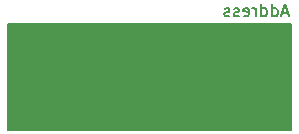
<source format=gbr>
%TF.GenerationSoftware,KiCad,Pcbnew,6.99.0-unknown-c34fb494b1~148~ubuntu20.04.1*%
%TF.CreationDate,2022-06-23T00:09:44+02:00*%
%TF.ProjectId,optimizer,6f707469-6d69-47a6-9572-2e6b69636164,rev?*%
%TF.SameCoordinates,Original*%
%TF.FileFunction,Legend,Bot*%
%TF.FilePolarity,Positive*%
%FSLAX46Y46*%
G04 Gerber Fmt 4.6, Leading zero omitted, Abs format (unit mm)*
G04 Created by KiCad (PCBNEW 6.99.0-unknown-c34fb494b1~148~ubuntu20.04.1) date 2022-06-23 00:09:44*
%MOMM*%
%LPD*%
G01*
G04 APERTURE LIST*
%ADD10C,0.150000*%
G04 APERTURE END LIST*
D10*
X167690476Y-121081666D02*
X167214286Y-121081666D01*
X167785714Y-121367380D02*
X167452381Y-120367380D01*
X167452381Y-120367380D02*
X167119048Y-121367380D01*
X166357143Y-121367380D02*
X166357143Y-120367380D01*
X166357143Y-121319761D02*
X166452381Y-121367380D01*
X166452381Y-121367380D02*
X166642857Y-121367380D01*
X166642857Y-121367380D02*
X166738095Y-121319761D01*
X166738095Y-121319761D02*
X166785714Y-121272142D01*
X166785714Y-121272142D02*
X166833333Y-121176904D01*
X166833333Y-121176904D02*
X166833333Y-120891190D01*
X166833333Y-120891190D02*
X166785714Y-120795952D01*
X166785714Y-120795952D02*
X166738095Y-120748333D01*
X166738095Y-120748333D02*
X166642857Y-120700714D01*
X166642857Y-120700714D02*
X166452381Y-120700714D01*
X166452381Y-120700714D02*
X166357143Y-120748333D01*
X165452381Y-121367380D02*
X165452381Y-120367380D01*
X165452381Y-121319761D02*
X165547619Y-121367380D01*
X165547619Y-121367380D02*
X165738095Y-121367380D01*
X165738095Y-121367380D02*
X165833333Y-121319761D01*
X165833333Y-121319761D02*
X165880952Y-121272142D01*
X165880952Y-121272142D02*
X165928571Y-121176904D01*
X165928571Y-121176904D02*
X165928571Y-120891190D01*
X165928571Y-120891190D02*
X165880952Y-120795952D01*
X165880952Y-120795952D02*
X165833333Y-120748333D01*
X165833333Y-120748333D02*
X165738095Y-120700714D01*
X165738095Y-120700714D02*
X165547619Y-120700714D01*
X165547619Y-120700714D02*
X165452381Y-120748333D01*
X164976190Y-121367380D02*
X164976190Y-120700714D01*
X164976190Y-120891190D02*
X164928571Y-120795952D01*
X164928571Y-120795952D02*
X164880952Y-120748333D01*
X164880952Y-120748333D02*
X164785714Y-120700714D01*
X164785714Y-120700714D02*
X164690476Y-120700714D01*
X163976190Y-121319761D02*
X164071428Y-121367380D01*
X164071428Y-121367380D02*
X164261904Y-121367380D01*
X164261904Y-121367380D02*
X164357142Y-121319761D01*
X164357142Y-121319761D02*
X164404761Y-121224523D01*
X164404761Y-121224523D02*
X164404761Y-120843571D01*
X164404761Y-120843571D02*
X164357142Y-120748333D01*
X164357142Y-120748333D02*
X164261904Y-120700714D01*
X164261904Y-120700714D02*
X164071428Y-120700714D01*
X164071428Y-120700714D02*
X163976190Y-120748333D01*
X163976190Y-120748333D02*
X163928571Y-120843571D01*
X163928571Y-120843571D02*
X163928571Y-120938809D01*
X163928571Y-120938809D02*
X164404761Y-121034047D01*
X163547618Y-121319761D02*
X163452380Y-121367380D01*
X163452380Y-121367380D02*
X163261904Y-121367380D01*
X163261904Y-121367380D02*
X163166666Y-121319761D01*
X163166666Y-121319761D02*
X163119047Y-121224523D01*
X163119047Y-121224523D02*
X163119047Y-121176904D01*
X163119047Y-121176904D02*
X163166666Y-121081666D01*
X163166666Y-121081666D02*
X163261904Y-121034047D01*
X163261904Y-121034047D02*
X163404761Y-121034047D01*
X163404761Y-121034047D02*
X163499999Y-120986428D01*
X163499999Y-120986428D02*
X163547618Y-120891190D01*
X163547618Y-120891190D02*
X163547618Y-120843571D01*
X163547618Y-120843571D02*
X163499999Y-120748333D01*
X163499999Y-120748333D02*
X163404761Y-120700714D01*
X163404761Y-120700714D02*
X163261904Y-120700714D01*
X163261904Y-120700714D02*
X163166666Y-120748333D01*
X162738094Y-121319761D02*
X162642856Y-121367380D01*
X162642856Y-121367380D02*
X162452380Y-121367380D01*
X162452380Y-121367380D02*
X162357142Y-121319761D01*
X162357142Y-121319761D02*
X162309523Y-121224523D01*
X162309523Y-121224523D02*
X162309523Y-121176904D01*
X162309523Y-121176904D02*
X162357142Y-121081666D01*
X162357142Y-121081666D02*
X162452380Y-121034047D01*
X162452380Y-121034047D02*
X162595237Y-121034047D01*
X162595237Y-121034047D02*
X162690475Y-120986428D01*
X162690475Y-120986428D02*
X162738094Y-120891190D01*
X162738094Y-120891190D02*
X162738094Y-120843571D01*
X162738094Y-120843571D02*
X162690475Y-120748333D01*
X162690475Y-120748333D02*
X162595237Y-120700714D01*
X162595237Y-120700714D02*
X162452380Y-120700714D01*
X162452380Y-120700714D02*
X162357142Y-120748333D01*
G36*
X168000000Y-131000000D02*
G01*
X144000000Y-131000000D01*
X144000000Y-122000000D01*
X168000000Y-122000000D01*
X168000000Y-131000000D01*
G37*
X168000000Y-131000000D02*
X144000000Y-131000000D01*
X144000000Y-122000000D01*
X168000000Y-122000000D01*
X168000000Y-131000000D01*
M02*

</source>
